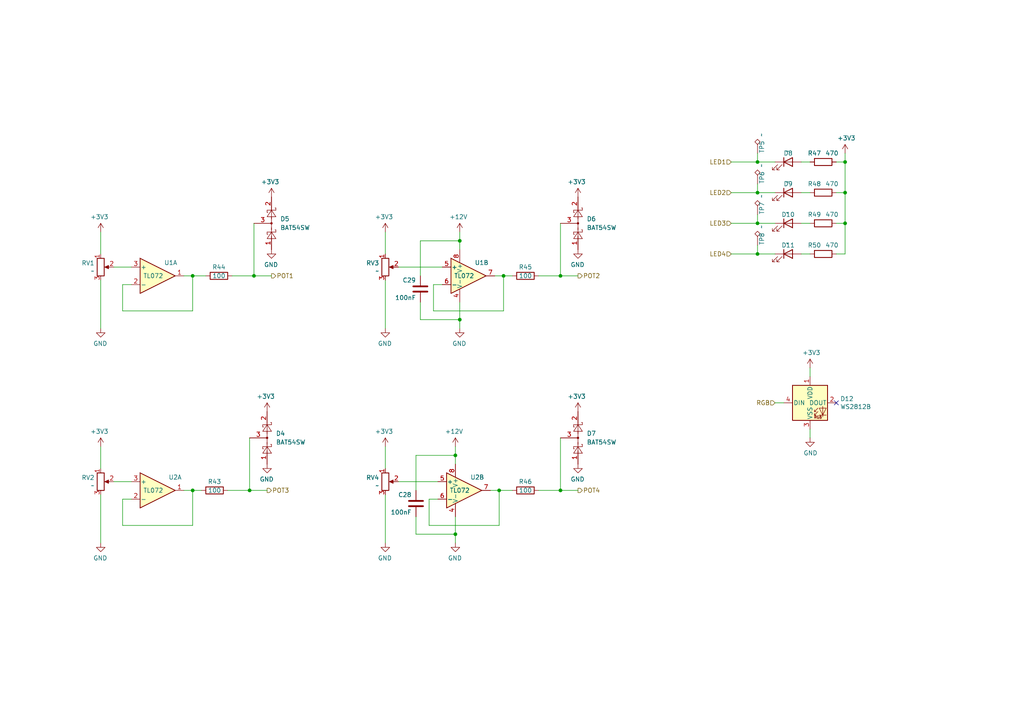
<source format=kicad_sch>
(kicad_sch (version 20211123) (generator eeschema)
  (paper "A4")
  (lib_symbols
    (symbol "Amplifier_Operational:TL072" (pin_names (offset 0.127))
      (property "Reference" "U" (at 0 5.08 0))
      (property "Value" "TL072" (at 0 -5.08 0))
      (symbol "TL072_1_1"
        (polyline (pts (xy -5.08 5.08) (xy 5.08 0) (xy -5.08 -5.08) (xy -5.08 5.08)) (stroke (width 0.254)) (fill (type background)))
        (pin output line (at 7.62 0 180) (length 2.54) (name "~") (number "1"))
        (pin input line (at -7.62 -2.54 0) (length 2.54) (name "-") (number "2"))
        (pin input line (at -7.62 2.54 0) (length 2.54) (name "+") (number "3"))
      )
      (symbol "TL072_2_1"
        (polyline (pts (xy -5.08 5.08) (xy 5.08 0) (xy -5.08 -5.08) (xy -5.08 5.08)) (stroke (width 0.254)) (fill (type background)))
        (pin input line (at -7.62 2.54 0) (length 2.54) (name "+") (number "5"))
        (pin input line (at -7.62 -2.54 0) (length 2.54) (name "-") (number "6"))
        (pin output line (at 7.62 0 180) (length 2.54) (name "~") (number "7"))
      )
      (symbol "TL072_3_1"
        (pin power_in line (at -2.54 -7.62 90) (length 3.81) (name "V-") (number "4"))
        (pin power_in line (at -2.54 7.62 270) (length 3.81) (name "V+") (number "8"))
      )
    )
    (symbol "Connector:TestPoint_Alt" (pin_numbers hide) (pin_names (offset 0.762) hide)
      (property "Reference" "TP" (at 0 6.858 0))
      (property "Value" "TestPoint_Alt" (at 0 5.08 0))
      (symbol "TestPoint_Alt_0_1"
        (polyline (pts (xy 0 2.54) (xy -0.762 3.302) (xy 0 4.064) (xy 0.762 3.302) (xy 0 2.54)))
      )
      (symbol "TestPoint_Alt_1_1"
        (pin passive line (at 0 0 90) (length 2.54) (name "1") (number "1"))
      )
    )
    (symbol "Device:C" (pin_numbers hide) (pin_names (offset 0.254))
      (property "Reference" "C" (at 0.635 2.54 0))
      (property "Value" "C" (at 0.635 -2.54 0))
      (symbol "C_0_1"
        (polyline (pts (xy -2.032 -0.762) (xy 2.032 -0.762)) (stroke (width 0.508)))
        (polyline (pts (xy -2.032 0.762) (xy 2.032 0.762)) (stroke (width 0.508)))
      )
      (symbol "C_1_1"
        (pin passive line (at 0 3.81 270) (length 2.794) (name "~") (number "1"))
        (pin passive line (at 0 -3.81 90) (length 2.794) (name "~") (number "2"))
      )
    )
    (symbol "Device:LED" (pin_numbers hide) (pin_names (offset 1.016) hide)
      (property "Reference" "D" (at 0 2.54 0))
      (property "Value" "LED" (at 0 -2.54 0))
      (symbol "LED_0_1"
        (polyline (pts (xy -1.27 -1.27) (xy -1.27 1.27)) (stroke (width 0.254)))
        (polyline (pts (xy -1.27 0) (xy 1.27 0)))
        (polyline (pts (xy 1.27 -1.27) (xy 1.27 1.27) (xy -1.27 0) (xy 1.27 -1.27)) (stroke (width 0.254)))
        (polyline (pts (xy -3.048 -0.762) (xy -4.572 -2.286) (xy -3.81 -2.286) (xy -4.572 -2.286) (xy -4.572 -1.524)))
        (polyline (pts (xy -1.778 -0.762) (xy -3.302 -2.286) (xy -2.54 -2.286) (xy -3.302 -2.286) (xy -3.302 -1.524)))
      )
      (symbol "LED_1_1"
        (pin passive line (at -3.81 0 0) (length 2.54) (name "K") (number "1"))
        (pin passive line (at 3.81 0 180) (length 2.54) (name "A") (number "2"))
      )
    )
    (symbol "Device:R" (pin_numbers hide) (pin_names (offset 0))
      (property "Reference" "R" (at 2.032 0 90))
      (property "Value" "R" (at 0 0 90))
      (symbol "R_0_1"
        (rectangle (start -1.016 -2.54) (end 1.016 2.54) (stroke (width 0.254)))
      )
      (symbol "R_1_1"
        (pin passive line (at 0 3.81 270) (length 1.27) (name "~") (number "1"))
        (pin passive line (at 0 -3.81 90) (length 1.27) (name "~") (number "2"))
      )
    )
    (symbol "Device:R_POT" (pin_names (offset 1.016) hide)
      (property "Reference" "RV" (at -4.445 0 90))
      (property "Value" "Device_R_POT" (at -2.54 0 90))
      (symbol "R_POT_0_1"
        (polyline (pts (xy 2.54 0) (xy 1.524 0)))
        (polyline (pts (xy 1.143 0) (xy 2.286 0.508) (xy 2.286 -0.508) (xy 1.143 0)) (fill (type outline)))
        (rectangle (start 1.016 2.54) (end -1.016 -2.54) (stroke (width 0.254)))
      )
      (symbol "R_POT_1_1"
        (pin passive line (at 0 3.81 270) (length 1.27) (name "1") (number "1"))
        (pin passive line (at 3.81 0 180) (length 1.27) (name "2") (number "2"))
        (pin passive line (at 0 -3.81 90) (length 1.27) (name "3") (number "3"))
      )
    )
    (symbol "Diode:BAT54SW" (pin_names (offset 1.016))
      (property "Reference" "D" (at 0.635 -3.81 0))
      (property "Value" "BAT54SW" (at -6.35 3.175 0))
      (symbol "BAT54SW_0_1"
        (polyline (pts (xy -3.81 0) (xy -1.27 0)))
        (polyline (pts (xy -3.175 -1.27) (xy -3.175 -1.016)))
        (polyline (pts (xy -2.54 -1.27) (xy -3.175 -1.27)))
        (polyline (pts (xy -2.54 -1.27) (xy -2.54 1.27)))
        (polyline (pts (xy -2.54 1.27) (xy -1.905 1.27)))
        (polyline (pts (xy -1.905 0) (xy 1.905 0)))
        (polyline (pts (xy -1.905 1.27) (xy -1.905 1.016)))
        (polyline (pts (xy 1.27 0) (xy 3.81 0)))
        (polyline (pts (xy 3.175 -1.27) (xy 3.175 -1.016)))
        (polyline (pts (xy 3.81 -1.27) (xy 3.175 -1.27)))
        (polyline (pts (xy 3.81 -1.27) (xy 3.81 1.27)))
        (polyline (pts (xy 3.81 1.27) (xy 4.445 1.27)))
        (polyline (pts (xy 4.445 1.27) (xy 4.445 1.016)))
        (polyline (pts (xy -4.445 1.27) (xy -4.445 -1.27) (xy -2.54 0) (xy -4.445 1.27)))
        (polyline (pts (xy 1.905 1.27) (xy 1.905 -1.27) (xy 3.81 0) (xy 1.905 1.27)))
        (circle (center 0 0) (radius 0.254) (fill (type outline)))
      )
      (symbol "BAT54SW_1_1"
        (pin passive line (at -7.62 0 0) (length 3.81) (name "~") (number "1"))
        (pin passive line (at 7.62 0 180) (length 3.81) (name "~") (number "2"))
        (pin passive line (at 0 -5.08 90) (length 5.08) (name "~") (number "3"))
      )
    )
    (symbol "LED:WS2812B" (pin_names (offset 0.254))
      (property "Reference" "D" (at 5.08 5.715 0))
      (property "Value" "WS2812B" (at 1.27 -5.715 0))
      (symbol "WS2812B_0_0"
        (text "RGB" (at 2.286 -4.191 0) (effects (font (size 0.762 0.762))))
      )
      (symbol "WS2812B_0_1"
        (polyline (pts (xy 1.27 -3.556) (xy 1.778 -3.556)))
        (polyline (pts (xy 1.27 -2.54) (xy 1.778 -2.54)))
        (polyline (pts (xy 4.699 -3.556) (xy 2.667 -3.556)))
        (polyline (pts (xy 2.286 -2.54) (xy 1.27 -3.556) (xy 1.27 -3.048)))
        (polyline (pts (xy 2.286 -1.524) (xy 1.27 -2.54) (xy 1.27 -2.032)))
        (polyline (pts (xy 3.683 -1.016) (xy 3.683 -3.556) (xy 3.683 -4.064)))
        (polyline (pts (xy 4.699 -1.524) (xy 2.667 -1.524) (xy 3.683 -3.556) (xy 4.699 -1.524)))
        (rectangle (start 5.08 5.08) (end -5.08 -5.08) (stroke (width 0.254)) (fill (type background)))
      )
      (symbol "WS2812B_1_1"
        (pin power_in line (at 0 7.62 270) (length 2.54) (name "VDD") (number "1"))
        (pin output line (at 7.62 0 180) (length 2.54) (name "DOUT") (number "2"))
        (pin power_in line (at 0 -7.62 90) (length 2.54) (name "VSS") (number "3"))
        (pin input line (at -7.62 0 0) (length 2.54) (name "DIN") (number "4"))
      )
    )
    (symbol "power:+12V" (power) (pin_names (offset 0))
      (property "Value" "+12V" (at 0 3.556 0))
      (symbol "+12V_0_1"
        (polyline (pts (xy -0.762 1.27) (xy 0 2.54)))
        (polyline (pts (xy 0 0) (xy 0 2.54)))
        (polyline (pts (xy 0 2.54) (xy 0.762 1.27)))
      )
      (symbol "+12V_1_1"
        (pin power_in line (at 0 0 90) (length 0) hide (name "+12V") (number "1"))
      )
    )
    (symbol "power:+3V3" (power) (pin_names (offset 0))
      (property "Value" "+3V3" (at 0 3.556 0))
      (symbol "+3V3_0_1"
        (polyline (pts (xy -0.762 1.27) (xy 0 2.54)))
        (polyline (pts (xy 0 0) (xy 0 2.54)))
        (polyline (pts (xy 0 2.54) (xy 0.762 1.27)))
      )
      (symbol "+3V3_1_1"
        (pin power_in line (at 0 0 90) (length 0) hide (name "+3V3") (number "1"))
      )
    )
    (symbol "power:GND" (power) (pin_names (offset 0))
      (property "Value" "GND" (at 0 -3.81 0))
      (symbol "GND_0_1"
        (polyline (pts (xy 0 0) (xy 0 -1.27) (xy 1.27 -1.27) (xy 0 -2.54) (xy -1.27 -1.27) (xy 0 -1.27)))
      )
      (symbol "GND_1_1"
        (pin power_in line (at 0 0 270) (length 0) hide (name "GND") (number "1"))
      )
    )
  )
  (junction (at 132.08 132.08))
  (junction (at 133.35 69.85))
  (junction (at 72.39 142.24))
  (junction (at 55.88 80.01))
  (junction (at 55.88 142.24))
  (junction (at 133.35 92.71))
  (junction (at 219.71 46.99))
  (junction (at 219.71 55.88))
  (junction (at 219.71 64.77))
  (junction (at 245.11 46.99))
  (junction (at 245.11 64.77))
  (junction (at 162.56 80.01))
  (junction (at 245.11 55.88))
  (junction (at 219.71 73.66))
  (junction (at 146.05 80.01))
  (junction (at 73.66 80.01))
  (junction (at 144.78 142.24))
  (junction (at 132.08 154.94))
  (junction (at 162.56 142.24))
  (no_connect (at 242.57 116.84))
  (wire (pts (xy 234.95 124.46) (xy 234.95 127)))
  (wire (pts (xy 133.35 87.63) (xy 133.35 92.71)))
  (wire (pts (xy 224.79 46.99) (xy 219.71 46.99)))
  (wire (pts (xy 245.11 46.99) (xy 245.11 44.45)))
  (wire (pts (xy 219.71 55.88) (xy 212.09 55.88)))
  (wire (pts (xy 35.56 90.17) (xy 55.88 90.17)))
  (wire (pts (xy 245.11 73.66) (xy 245.11 64.77)))
  (wire (pts (xy 29.21 67.31) (xy 29.21 73.66)))
  (wire (pts (xy 132.08 154.94) (xy 132.08 157.48)))
  (wire (pts (xy 72.39 142.24) (xy 77.47 142.24)))
  (wire (pts (xy 219.71 71.12) (xy 219.71 73.66)))
  (wire (pts (xy 242.57 64.77) (xy 245.11 64.77)))
  (wire (pts (xy 146.05 80.01) (xy 148.59 80.01)))
  (wire (pts (xy 127 144.78) (xy 124.46 144.78)))
  (wire (pts (xy 55.88 80.01) (xy 59.69 80.01)))
  (wire (pts (xy 144.78 152.4) (xy 144.78 142.24)))
  (wire (pts (xy 111.76 81.28) (xy 111.76 95.25)))
  (wire (pts (xy 38.1 144.78) (xy 35.56 144.78)))
  (wire (pts (xy 242.57 55.88) (xy 245.11 55.88)))
  (wire (pts (xy 224.79 116.84) (xy 227.33 116.84)))
  (wire (pts (xy 132.08 132.08) (xy 120.65 132.08)))
  (wire (pts (xy 132.08 132.08) (xy 132.08 134.62)))
  (wire (pts (xy 120.65 149.86) (xy 120.65 154.94)))
  (wire (pts (xy 132.08 149.86) (xy 132.08 154.94)))
  (wire (pts (xy 33.02 139.7) (xy 38.1 139.7)))
  (wire (pts (xy 133.35 92.71) (xy 133.35 95.25)))
  (wire (pts (xy 29.21 81.28) (xy 29.21 95.25)))
  (wire (pts (xy 124.46 152.4) (xy 144.78 152.4)))
  (wire (pts (xy 55.88 80.01) (xy 53.34 80.01)))
  (wire (pts (xy 55.88 152.4) (xy 55.88 142.24)))
  (wire (pts (xy 162.56 127) (xy 162.56 142.24)))
  (wire (pts (xy 35.56 82.55) (xy 35.56 90.17)))
  (wire (pts (xy 245.11 55.88) (xy 245.11 46.99)))
  (wire (pts (xy 156.21 142.24) (xy 162.56 142.24)))
  (wire (pts (xy 212.09 64.77) (xy 219.71 64.77)))
  (wire (pts (xy 162.56 64.77) (xy 162.56 80.01)))
  (wire (pts (xy 66.04 142.24) (xy 72.39 142.24)))
  (wire (pts (xy 38.1 82.55) (xy 35.56 82.55)))
  (wire (pts (xy 156.21 80.01) (xy 162.56 80.01)))
  (wire (pts (xy 133.35 67.31) (xy 133.35 69.85)))
  (wire (pts (xy 234.95 55.88) (xy 232.41 55.88)))
  (wire (pts (xy 144.78 142.24) (xy 142.24 142.24)))
  (wire (pts (xy 111.76 67.31) (xy 111.76 73.66)))
  (wire (pts (xy 242.57 73.66) (xy 245.11 73.66)))
  (wire (pts (xy 219.71 73.66) (xy 212.09 73.66)))
  (wire (pts (xy 111.76 129.54) (xy 111.76 135.89)))
  (wire (pts (xy 73.66 64.77) (xy 73.66 80.01)))
  (wire (pts (xy 234.95 64.77) (xy 232.41 64.77)))
  (wire (pts (xy 35.56 144.78) (xy 35.56 152.4)))
  (wire (pts (xy 132.08 129.54) (xy 132.08 132.08)))
  (wire (pts (xy 124.46 144.78) (xy 124.46 152.4)))
  (wire (pts (xy 242.57 46.99) (xy 245.11 46.99)))
  (wire (pts (xy 219.71 62.23) (xy 219.71 64.77)))
  (wire (pts (xy 224.79 73.66) (xy 219.71 73.66)))
  (wire (pts (xy 245.11 64.77) (xy 245.11 55.88)))
  (wire (pts (xy 125.73 82.55) (xy 125.73 90.17)))
  (wire (pts (xy 146.05 90.17) (xy 146.05 80.01)))
  (wire (pts (xy 72.39 127) (xy 72.39 142.24)))
  (wire (pts (xy 133.35 69.85) (xy 133.35 72.39)))
  (wire (pts (xy 121.92 80.01) (xy 121.92 69.85)))
  (wire (pts (xy 121.92 92.71) (xy 133.35 92.71)))
  (wire (pts (xy 58.42 142.24) (xy 55.88 142.24)))
  (wire (pts (xy 120.65 132.08) (xy 120.65 142.24)))
  (wire (pts (xy 67.31 80.01) (xy 73.66 80.01)))
  (wire (pts (xy 55.88 90.17) (xy 55.88 80.01)))
  (wire (pts (xy 219.71 44.45) (xy 219.71 46.99)))
  (wire (pts (xy 128.27 82.55) (xy 125.73 82.55)))
  (wire (pts (xy 121.92 87.63) (xy 121.92 92.71)))
  (wire (pts (xy 121.92 69.85) (xy 133.35 69.85)))
  (wire (pts (xy 143.51 80.01) (xy 146.05 80.01)))
  (wire (pts (xy 162.56 80.01) (xy 167.64 80.01)))
  (wire (pts (xy 29.21 129.54) (xy 29.21 135.89)))
  (wire (pts (xy 35.56 152.4) (xy 55.88 152.4)))
  (wire (pts (xy 128.27 77.47) (xy 115.57 77.47)))
  (wire (pts (xy 234.95 46.99) (xy 232.41 46.99)))
  (wire (pts (xy 55.88 142.24) (xy 53.34 142.24)))
  (wire (pts (xy 144.78 142.24) (xy 148.59 142.24)))
  (wire (pts (xy 234.95 106.68) (xy 234.95 109.22)))
  (wire (pts (xy 162.56 142.24) (xy 167.64 142.24)))
  (wire (pts (xy 224.79 55.88) (xy 219.71 55.88)))
  (wire (pts (xy 111.76 143.51) (xy 111.76 157.48)))
  (wire (pts (xy 219.71 46.99) (xy 212.09 46.99)))
  (wire (pts (xy 73.66 80.01) (xy 78.74 80.01)))
  (wire (pts (xy 38.1 77.47) (xy 33.02 77.47)))
  (wire (pts (xy 125.73 90.17) (xy 146.05 90.17)))
  (wire (pts (xy 120.65 154.94) (xy 132.08 154.94)))
  (wire (pts (xy 234.95 73.66) (xy 232.41 73.66)))
  (wire (pts (xy 219.71 53.34) (xy 219.71 55.88)))
  (wire (pts (xy 29.21 143.51) (xy 29.21 157.48)))
  (wire (pts (xy 219.71 64.77) (xy 224.79 64.77)))
  (wire (pts (xy 115.57 139.7) (xy 127 139.7)))
  (hierarchical_label "LED3" (shape input) (at 212.09 64.77 180))
  (hierarchical_label "POT2" (shape output) (at 167.64 80.01 0))
  (hierarchical_label "LED2" (shape input) (at 212.09 55.88 180))
  (hierarchical_label "LED1" (shape input) (at 212.09 46.99 180))
  (hierarchical_label "LED4" (shape input) (at 212.09 73.66 180))
  (hierarchical_label "POT3" (shape output) (at 77.47 142.24 0))
  (hierarchical_label "POT4" (shape output) (at 167.64 142.24 0))
  (hierarchical_label "POT1" (shape output) (at 78.74 80.01 0))
  (hierarchical_label "RGB" (shape input) (at 224.79 116.84 180))
  (symbol (lib_id "Amplifier_Operational:TL072") (at 130.81 80.01 0) (mirror y) (unit 3)
    (property "Reference" "U1" (effects hide))
    (property "Value" "TL072" (effects hide))
    (property "Footprint" "Package_SO:SOIC-8_3.9x4.9mm_P1.27mm" (effects hide))
    (property "Datasheet" "http://www.ti.com/lit/ds/symlink/tl071.pdf" (effects hide))
    (property "LCSC" "C6961" (effects hide))
  )
  (symbol (lib_id "power:+3V3") (at 245.11 44.45 0) (unit 1)
    (property "Reference" "#PWR087" (effects hide))
    (property "Value" "+3V3" (at 245.491 40.0558 0))
  )
  (symbol (lib_id "power:GND") (at 111.76 157.48 0) (mirror y) (unit 1)
    (property "Reference" "#PWR076" (effects hide))
    (property "Value" "GND" (at 111.633 161.8742 0))
  )
  (symbol (lib_id "Diode:BAT54SW") (at 167.64 127 270) (mirror x) (unit 1)
    (property "Reference" "D7" (at 170.18 125.73 90) (effects (justify left)))
    (property "Value" "BAT54SW" (at 170.18 128.27 90) (effects (justify left)))
    (property "Footprint" "Package_TO_SOT_SMD:SOT-323_SC-70" (effects hide))
    (property "Datasheet" "https://assets.nexperia.com/documents/data-sheet/BAT54W_SER.pdf" (effects hide))
    (property "LCSC" "C78260" (effects hide))
  )
  (symbol (lib_id "Diode:BAT54SW") (at 167.64 64.77 270) (mirror x) (unit 1)
    (property "Reference" "D6" (at 170.18 63.5 90) (effects (justify left)))
    (property "Value" "BAT54SW" (at 170.18 66.04 90) (effects (justify left)))
    (property "Footprint" "Package_TO_SOT_SMD:SOT-323_SC-70" (effects hide))
    (property "Datasheet" "https://assets.nexperia.com/documents/data-sheet/BAT54W_SER.pdf" (effects hide))
    (property "LCSC" "C78260" (effects hide))
  )
  (symbol (lib_id "Amplifier_Operational:TL072") (at 134.62 142.24 0) (unit 2)
    (property "Reference" "U2" (at 138.43 138.43 0))
    (property "Value" "TL072" (at 133.35 142.24 0))
    (property "Footprint" "Package_SO:SOIC-8_3.9x4.9mm_P1.27mm" (effects hide))
    (property "Datasheet" "http://www.ti.com/lit/ds/symlink/tl071.pdf" (effects hide))
    (property "LCSC" "C6961" (effects hide))
  )
  (symbol (lib_id "LED:WS2812B") (at 234.95 116.84 0) (unit 1)
    (property "Reference" "D12" (at 243.6876 115.6716 0) (effects (justify left)))
    (property "Value" "WS2812B" (at 243.6876 117.983 0) (effects (justify left)))
    (property "Footprint" "LED_SMD:LED_WS2812B_PLCC4_5.0x5.0mm_P3.2mm" (effects hide))
    (property "Datasheet" "https://cdn-shop.adafruit.com/datasheets/WS2812B.pdf" (effects hide))
  )
  (symbol (lib_id "Device:R_POT") (at 29.21 139.7 0) (unit 1)
    (property "Reference" "RV2" (at 27.432 138.5316 0) (effects (justify right)))
    (property "Value" "~" (at 27.432 140.843 0) (effects (justify right)))
    (property "Footprint" "aaa:Potentiometer_Alpha_RD901F-40-00D_Single_Vertical" (effects hide))
  )
  (symbol (lib_id "power:+12V") (at 133.35 67.31 0) (mirror y) (unit 1)
    (property "Reference" "#PWR079" (effects hide))
    (property "Value" "+12V" (at 132.969 62.9158 0))
  )
  (symbol (lib_id "power:+12V") (at 132.08 129.54 0) (mirror y) (unit 1)
    (property "Reference" "#PWR077" (effects hide))
    (property "Value" "+12V" (at 131.699 125.1458 0))
  )
  (symbol (lib_id "power:GND") (at 77.47 134.62 0) (mirror y) (unit 1)
    (property "Reference" "#PWR070" (effects hide))
    (property "Value" "GND" (at 77.343 139.0142 0))
  )
  (symbol (lib_id "Diode:BAT54SW") (at 78.74 64.77 270) (mirror x) (unit 1)
    (property "Reference" "D5" (at 81.28 63.5 90) (effects (justify left)))
    (property "Value" "BAT54SW" (at 81.28 66.04 90) (effects (justify left)))
    (property "Footprint" "Package_TO_SOT_SMD:SOT-323_SC-70" (effects hide))
    (property "Datasheet" "https://assets.nexperia.com/documents/data-sheet/BAT54W_SER.pdf" (effects hide))
    (property "LCSC" "C78260" (effects hide))
  )
  (symbol (lib_id "Connector:TestPoint_Alt") (at 219.71 53.34 0) (unit 1)
    (property "Reference" "TP6" (at 220.98 53.34 90) (effects (justify left)))
    (property "Value" "~" (at 220.853 48.5648 90) (effects (justify left)))
    (property "Footprint" "aaa:TestPoint_THTPad_1.0x1.0mm_Drill0.6mm" (effects hide))
  )
  (symbol (lib_id "power:GND") (at 133.35 95.25 0) (mirror y) (unit 1)
    (property "Reference" "#PWR080" (effects hide))
    (property "Value" "GND" (at 133.223 99.6442 0))
  )
  (symbol (lib_id "Device:R") (at 62.23 142.24 90) (mirror x) (unit 1)
    (property "Reference" "R43" (at 62.23 139.7 90))
    (property "Value" "100" (at 62.23 142.24 90))
    (property "Footprint" "Resistor_SMD:R_0603_1608Metric" (effects hide))
    (property "LCSC" "C25076" (effects hide))
  )
  (symbol (lib_id "Device:C") (at 120.65 146.05 0) (mirror y) (unit 1)
    (property "Reference" "C28" (at 119.38 143.51 0) (effects (justify left)))
    (property "Value" "100nF" (at 119.38 148.59 0) (effects (justify left)))
    (property "Footprint" "Capacitor_SMD:C_0603_1608Metric" (effects hide))
    (property "LCSC" "C14663" (effects hide))
  )
  (symbol (lib_id "power:GND") (at 234.95 127 0) (unit 1)
    (property "Reference" "#PWR086" (effects hide))
    (property "Value" "GND" (at 235.077 131.3942 0))
  )
  (symbol (lib_id "Amplifier_Operational:TL072") (at 135.89 80.01 0) (unit 2)
    (property "Reference" "U1" (at 139.7 76.2 0))
    (property "Value" "TL072" (at 134.62 80.01 0))
    (property "Footprint" "Package_SO:SOIC-8_3.9x4.9mm_P1.27mm" (effects hide))
    (property "Datasheet" "http://www.ti.com/lit/ds/symlink/tl071.pdf" (effects hide))
    (property "LCSC" "C6961" (effects hide))
  )
  (symbol (lib_id "Amplifier_Operational:TL072") (at 129.54 142.24 0) (mirror y) (unit 3)
    (property "Reference" "U2" (effects hide))
    (property "Value" "TL072" (effects hide))
    (property "Footprint" "Package_SO:SOIC-8_3.9x4.9mm_P1.27mm" (effects hide))
    (property "Datasheet" "http://www.ti.com/lit/ds/symlink/tl071.pdf" (effects hide))
    (property "LCSC" "C6961" (effects hide))
  )
  (symbol (lib_id "power:+3V3") (at 111.76 129.54 0) (mirror y) (unit 1)
    (property "Reference" "#PWR075" (effects hide))
    (property "Value" "+3V3" (at 111.379 125.1458 0))
  )
  (symbol (lib_id "power:GND") (at 167.64 72.39 0) (mirror y) (unit 1)
    (property "Reference" "#PWR082" (effects hide))
    (property "Value" "GND" (at 167.513 76.7842 0))
  )
  (symbol (lib_id "power:+3V3") (at 111.76 67.31 0) (mirror y) (unit 1)
    (property "Reference" "#PWR073" (effects hide))
    (property "Value" "+3V3" (at 111.379 62.9158 0))
  )
  (symbol (lib_id "Device:R") (at 152.4 142.24 90) (mirror x) (unit 1)
    (property "Reference" "R46" (at 152.4 139.7 90))
    (property "Value" "100" (at 152.4 142.24 90))
    (property "Footprint" "Resistor_SMD:R_0603_1608Metric" (effects hide))
    (property "LCSC" "C25076" (effects hide))
  )
  (symbol (lib_id "Diode:BAT54SW") (at 77.47 127 270) (mirror x) (unit 1)
    (property "Reference" "D4" (at 80.01 125.73 90) (effects (justify left)))
    (property "Value" "BAT54SW" (at 80.01 128.27 90) (effects (justify left)))
    (property "Footprint" "Package_TO_SOT_SMD:SOT-323_SC-70" (effects hide))
    (property "Datasheet" "https://assets.nexperia.com/documents/data-sheet/BAT54W_SER.pdf" (effects hide))
    (property "LCSC" "C78260" (effects hide))
  )
  (symbol (lib_id "Device:R_POT") (at 111.76 77.47 0) (unit 1)
    (property "Reference" "RV3" (at 109.982 76.3016 0) (effects (justify right)))
    (property "Value" "~" (at 109.982 78.613 0) (effects (justify right)))
    (property "Footprint" "aaa:Potentiometer_Alpha_RD901F-40-00D_Single_Vertical" (effects hide))
  )
  (symbol (lib_id "power:+3V3") (at 167.64 57.15 0) (mirror y) (unit 1)
    (property "Reference" "#PWR081" (effects hide))
    (property "Value" "+3V3" (at 167.259 52.7558 0))
  )
  (symbol (lib_id "power:+3V3") (at 77.47 119.38 0) (mirror y) (unit 1)
    (property "Reference" "#PWR069" (effects hide))
    (property "Value" "+3V3" (at 77.089 114.9858 0))
  )
  (symbol (lib_id "Device:LED") (at 228.6 73.66 0) (unit 1)
    (property "Reference" "D11" (at 228.6 71.12 0))
    (property "Value" "~" (at 228.4222 70.485 0))
    (property "Footprint" "LED_THT:LED_D3.0mm" (effects hide))
  )
  (symbol (lib_id "Device:LED") (at 228.6 46.99 0) (unit 1)
    (property "Reference" "D8" (at 228.6 44.45 0))
    (property "Value" "~" (at 228.4222 43.815 0))
    (property "Footprint" "LED_THT:LED_D3.0mm" (effects hide))
  )
  (symbol (lib_id "Device:R") (at 238.76 46.99 270) (unit 1)
    (property "Reference" "R47" (at 236.22 44.45 90))
    (property "Value" "470" (at 241.3 44.45 90))
    (property "Footprint" "Resistor_SMD:R_0603_1608Metric" (effects hide))
    (property "LCSC" "C23179" (effects hide))
  )
  (symbol (lib_id "Device:R_POT") (at 111.76 139.7 0) (unit 1)
    (property "Reference" "RV4" (at 109.982 138.5316 0) (effects (justify right)))
    (property "Value" "~" (at 109.982 140.843 0) (effects (justify right)))
    (property "Footprint" "aaa:Potentiometer_Alpha_RD901F-40-00D_Single_Vertical" (effects hide))
  )
  (symbol (lib_id "power:+3V3") (at 167.64 119.38 0) (mirror y) (unit 1)
    (property "Reference" "#PWR083" (effects hide))
    (property "Value" "+3V3" (at 167.259 114.9858 0))
  )
  (symbol (lib_id "Device:R") (at 63.5 80.01 90) (mirror x) (unit 1)
    (property "Reference" "R44" (at 63.5 77.47 90))
    (property "Value" "100" (at 63.5 80.01 90))
    (property "Footprint" "Resistor_SMD:R_0603_1608Metric" (effects hide))
    (property "LCSC" "C25076" (effects hide))
  )
  (symbol (lib_id "power:GND") (at 167.64 134.62 0) (mirror y) (unit 1)
    (property "Reference" "#PWR084" (effects hide))
    (property "Value" "GND" (at 167.513 139.0142 0))
  )
  (symbol (lib_id "Device:LED") (at 228.6 64.77 0) (unit 1)
    (property "Reference" "D10" (at 228.6 62.23 0))
    (property "Value" "~" (at 228.4222 61.595 0))
    (property "Footprint" "LED_THT:LED_D3.0mm" (effects hide))
  )
  (symbol (lib_id "Device:R") (at 238.76 55.88 270) (unit 1)
    (property "Reference" "R48" (at 236.22 53.34 90))
    (property "Value" "470" (at 241.3 53.34 90))
    (property "Footprint" "Resistor_SMD:R_0603_1608Metric" (effects hide))
    (property "LCSC" "C23179" (effects hide))
  )
  (symbol (lib_id "Amplifier_Operational:TL072") (at 45.72 142.24 0) (unit 1)
    (property "Reference" "U2" (at 50.8 138.43 0))
    (property "Value" "TL072" (at 44.45 142.24 0))
    (property "Footprint" "Package_SO:SOIC-8_3.9x4.9mm_P1.27mm" (effects hide))
    (property "Datasheet" "http://www.ti.com/lit/ds/symlink/tl071.pdf" (effects hide))
    (property "LCSC" "C6961" (effects hide))
  )
  (symbol (lib_id "Connector:TestPoint_Alt") (at 219.71 44.45 0) (unit 1)
    (property "Reference" "TP5" (at 220.98 44.45 90) (effects (justify left)))
    (property "Value" "~" (at 220.853 39.6748 90) (effects (justify left)))
    (property "Footprint" "aaa:TestPoint_THTPad_1.0x1.0mm_Drill0.6mm" (effects hide))
  )
  (symbol (lib_id "Device:LED") (at 228.6 55.88 0) (unit 1)
    (property "Reference" "D9" (at 228.6 53.34 0))
    (property "Value" "~" (at 228.4222 52.705 0))
    (property "Footprint" "LED_THT:LED_D3.0mm" (effects hide))
  )
  (symbol (lib_id "power:+3V3") (at 29.21 129.54 0) (mirror y) (unit 1)
    (property "Reference" "#PWR067" (effects hide))
    (property "Value" "+3V3" (at 28.829 125.1458 0))
  )
  (symbol (lib_id "Device:C") (at 121.92 83.82 0) (mirror y) (unit 1)
    (property "Reference" "C29" (at 120.65 81.28 0) (effects (justify left)))
    (property "Value" "100nF" (at 120.65 86.36 0) (effects (justify left)))
    (property "Footprint" "Capacitor_SMD:C_0603_1608Metric" (effects hide))
    (property "LCSC" "C14663" (effects hide))
  )
  (symbol (lib_id "power:GND") (at 111.76 95.25 0) (mirror y) (unit 1)
    (property "Reference" "#PWR074" (effects hide))
    (property "Value" "GND" (at 111.633 99.6442 0))
  )
  (symbol (lib_id "Device:R") (at 238.76 73.66 270) (unit 1)
    (property "Reference" "R50" (at 236.22 71.12 90))
    (property "Value" "470" (at 241.3 71.12 90))
    (property "Footprint" "Resistor_SMD:R_0603_1608Metric" (effects hide))
    (property "LCSC" "C23179" (effects hide))
  )
  (symbol (lib_id "power:GND") (at 132.08 157.48 0) (mirror y) (unit 1)
    (property "Reference" "#PWR078" (effects hide))
    (property "Value" "GND" (at 131.953 161.8742 0))
  )
  (symbol (lib_id "power:GND") (at 78.74 72.39 0) (mirror y) (unit 1)
    (property "Reference" "#PWR072" (effects hide))
    (property "Value" "GND" (at 78.613 76.7842 0))
  )
  (symbol (lib_id "Device:R") (at 152.4 80.01 90) (mirror x) (unit 1)
    (property "Reference" "R45" (at 152.4 77.47 90))
    (property "Value" "100" (at 152.4 80.01 90))
    (property "Footprint" "Resistor_SMD:R_0603_1608Metric" (effects hide))
    (property "LCSC" "C25076" (effects hide))
  )
  (symbol (lib_id "power:GND") (at 29.21 95.25 0) (mirror y) (unit 1)
    (property "Reference" "#PWR066" (effects hide))
    (property "Value" "GND" (at 29.083 99.6442 0))
  )
  (symbol (lib_id "Amplifier_Operational:TL072") (at 45.72 80.01 0) (unit 1)
    (property "Reference" "U1" (at 49.53 76.2 0))
    (property "Value" "TL072" (at 44.45 80.01 0))
    (property "Footprint" "Package_SO:SOIC-8_3.9x4.9mm_P1.27mm" (effects hide))
    (property "Datasheet" "http://www.ti.com/lit/ds/symlink/tl071.pdf" (effects hide))
    (property "LCSC" "C6961" (effects hide))
  )
  (symbol (lib_id "Connector:TestPoint_Alt") (at 219.71 62.23 0) (unit 1)
    (property "Reference" "TP7" (at 220.98 62.23 90) (effects (justify left)))
    (property "Value" "~" (at 220.853 57.4548 90) (effects (justify left)))
    (property "Footprint" "aaa:TestPoint_THTPad_1.0x1.0mm_Drill0.6mm" (effects hide))
  )
  (symbol (lib_id "Device:R") (at 238.76 64.77 270) (unit 1)
    (property "Reference" "R49" (at 236.22 62.23 90))
    (property "Value" "470" (at 241.3 62.23 90))
    (property "Footprint" "Resistor_SMD:R_0603_1608Metric" (effects hide))
    (property "LCSC" "C23179" (effects hide))
  )
  (symbol (lib_id "Device:R_POT") (at 29.21 77.47 0) (unit 1)
    (property "Reference" "RV1" (at 27.432 76.3016 0) (effects (justify right)))
    (property "Value" "~" (at 27.432 78.613 0) (effects (justify right)))
    (property "Footprint" "aaa:Potentiometer_Alpha_RD901F-40-00D_Single_Vertical" (effects hide))
  )
  (symbol (lib_id "power:+3V3") (at 78.74 57.15 0) (mirror y) (unit 1)
    (property "Reference" "#PWR071" (effects hide))
    (property "Value" "+3V3" (at 78.359 52.7558 0))
  )
  (symbol (lib_id "Connector:TestPoint_Alt") (at 219.71 71.12 0) (unit 1)
    (property "Reference" "TP8" (at 220.98 71.12 90) (effects (justify left)))
    (property "Value" "~" (at 220.853 66.3448 90) (effects (justify left)))
    (property "Footprint" "aaa:TestPoint_THTPad_1.0x1.0mm_Drill0.6mm" (effects hide))
  )
  (symbol (lib_id "power:GND") (at 29.21 157.48 0) (mirror y) (unit 1)
    (property "Reference" "#PWR068" (effects hide))
    (property "Value" "GND" (at 29.083 161.8742 0))
  )
  (symbol (lib_id "power:+3V3") (at 29.21 67.31 0) (mirror y) (unit 1)
    (property "Reference" "#PWR065" (effects hide))
    (property "Value" "+3V3" (at 28.829 62.9158 0))
  )
  (symbol (lib_id "power:+3V3") (at 234.95 106.68 0) (unit 1)
    (property "Reference" "#PWR085" (effects hide))
    (property "Value" "+3V3" (at 235.331 102.2858 0))
  )
)
</source>
